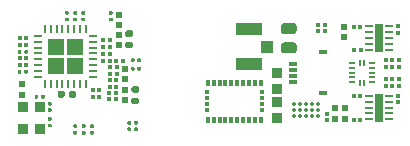
<source format=gbr>
G04 #@! TF.GenerationSoftware,KiCad,Pcbnew,(5.1.12)-1*
G04 #@! TF.CreationDate,2024-10-20T15:32:40+08:00*
G04 #@! TF.ProjectId,Kicad_LFOV_RigidFlex_Assembly_Screwhole2,4b696361-645f-44c4-964f-565f52696769,rev?*
G04 #@! TF.SameCoordinates,Original*
G04 #@! TF.FileFunction,Paste,Top*
G04 #@! TF.FilePolarity,Positive*
%FSLAX46Y46*%
G04 Gerber Fmt 4.6, Leading zero omitted, Abs format (unit mm)*
G04 Created by KiCad (PCBNEW (5.1.12)-1) date 2024-10-20 15:32:40*
%MOMM*%
%LPD*%
G01*
G04 APERTURE LIST*
%ADD10R,0.800000X0.400000*%
%ADD11R,0.800000X0.300000*%
%ADD12R,0.310000X0.340000*%
%ADD13R,0.260000X0.680000*%
%ADD14R,0.680000X0.260000*%
%ADD15R,1.350000X1.350000*%
%ADD16R,0.300000X0.525000*%
%ADD17R,0.425000X0.300000*%
%ADD18R,0.630000X0.580000*%
%ADD19R,0.340000X0.310000*%
%ADD20C,0.350000*%
%ADD21R,0.870000X0.810000*%
%ADD22R,2.200000X1.050000*%
%ADD23R,1.050000X1.000000*%
%ADD24R,0.920000X0.890000*%
%ADD25R,0.640000X2.390000*%
%ADD26R,0.640000X0.270000*%
%ADD27R,0.610000X0.220000*%
%ADD28R,0.220000X0.610000*%
%ADD29R,0.830000X0.880000*%
G04 APERTURE END LIST*
G36*
G01*
X111609100Y-109172200D02*
X112464100Y-109172200D01*
G75*
G02*
X112696600Y-109404700I0J-232500D01*
G01*
X112696600Y-109869700D01*
G75*
G02*
X112464100Y-110102200I-232500J0D01*
G01*
X111609100Y-110102200D01*
G75*
G02*
X111376600Y-109869700I0J232500D01*
G01*
X111376600Y-109404700D01*
G75*
G02*
X111609100Y-109172200I232500J0D01*
G01*
G37*
G36*
G01*
X111609100Y-107532200D02*
X112464100Y-107532200D01*
G75*
G02*
X112696600Y-107764700I0J-232500D01*
G01*
X112696600Y-108229700D01*
G75*
G02*
X112464100Y-108462200I-232500J0D01*
G01*
X111609100Y-108462200D01*
G75*
G02*
X111376600Y-108229700I0J232500D01*
G01*
X111376600Y-107764700D01*
G75*
G02*
X111609100Y-107532200I232500J0D01*
G01*
G37*
D10*
X114911200Y-109988200D03*
X114911200Y-113488200D03*
D11*
X112411200Y-110988200D03*
X112411200Y-111488200D03*
X112411200Y-111988200D03*
X112411200Y-112488200D03*
D12*
X118101600Y-113668600D03*
X117551600Y-113668600D03*
G36*
G01*
X91699500Y-114753800D02*
X91884500Y-114753800D01*
G75*
G02*
X91962000Y-114831300I0J-77500D01*
G01*
X91962000Y-114986300D01*
G75*
G02*
X91884500Y-115063800I-77500J0D01*
G01*
X91699500Y-115063800D01*
G75*
G02*
X91622000Y-114986300I0J77500D01*
G01*
X91622000Y-114831300D01*
G75*
G02*
X91699500Y-114753800I77500J0D01*
G01*
G37*
G36*
G01*
X91699500Y-114203800D02*
X91884500Y-114203800D01*
G75*
G02*
X91962000Y-114281300I0J-77500D01*
G01*
X91962000Y-114436300D01*
G75*
G02*
X91884500Y-114513800I-77500J0D01*
G01*
X91699500Y-114513800D01*
G75*
G02*
X91622000Y-114436300I0J77500D01*
G01*
X91622000Y-114281300D01*
G75*
G02*
X91699500Y-114203800I77500J0D01*
G01*
G37*
G36*
G01*
X93049800Y-113394500D02*
X93049800Y-113739500D01*
G75*
G02*
X92902300Y-113887000I-147500J0D01*
G01*
X92607300Y-113887000D01*
G75*
G02*
X92459800Y-113739500I0J147500D01*
G01*
X92459800Y-113394500D01*
G75*
G02*
X92607300Y-113247000I147500J0D01*
G01*
X92902300Y-113247000D01*
G75*
G02*
X93049800Y-113394500I0J-147500D01*
G01*
G37*
G36*
G01*
X94019800Y-113394500D02*
X94019800Y-113739500D01*
G75*
G02*
X93872300Y-113887000I-147500J0D01*
G01*
X93577300Y-113887000D01*
G75*
G02*
X93429800Y-113739500I0J147500D01*
G01*
X93429800Y-113394500D01*
G75*
G02*
X93577300Y-113247000I147500J0D01*
G01*
X93872300Y-113247000D01*
G75*
G02*
X94019800Y-113394500I0J-147500D01*
G01*
G37*
G36*
G01*
X98630700Y-116128800D02*
X98445700Y-116128800D01*
G75*
G02*
X98368200Y-116051300I0J77500D01*
G01*
X98368200Y-115896300D01*
G75*
G02*
X98445700Y-115818800I77500J0D01*
G01*
X98630700Y-115818800D01*
G75*
G02*
X98708200Y-115896300I0J-77500D01*
G01*
X98708200Y-116051300D01*
G75*
G02*
X98630700Y-116128800I-77500J0D01*
G01*
G37*
G36*
G01*
X98630700Y-116678800D02*
X98445700Y-116678800D01*
G75*
G02*
X98368200Y-116601300I0J77500D01*
G01*
X98368200Y-116446300D01*
G75*
G02*
X98445700Y-116368800I77500J0D01*
G01*
X98630700Y-116368800D01*
G75*
G02*
X98708200Y-116446300I0J-77500D01*
G01*
X98708200Y-116601300D01*
G75*
G02*
X98630700Y-116678800I-77500J0D01*
G01*
G37*
G36*
G01*
X99009680Y-116368800D02*
X99194680Y-116368800D01*
G75*
G02*
X99272180Y-116446300I0J-77500D01*
G01*
X99272180Y-116601300D01*
G75*
G02*
X99194680Y-116678800I-77500J0D01*
G01*
X99009680Y-116678800D01*
G75*
G02*
X98932180Y-116601300I0J77500D01*
G01*
X98932180Y-116446300D01*
G75*
G02*
X99009680Y-116368800I77500J0D01*
G01*
G37*
G36*
G01*
X99009680Y-115818800D02*
X99194680Y-115818800D01*
G75*
G02*
X99272180Y-115896300I0J-77500D01*
G01*
X99272180Y-116051300D01*
G75*
G02*
X99194680Y-116128800I-77500J0D01*
G01*
X99009680Y-116128800D01*
G75*
G02*
X98932180Y-116051300I0J77500D01*
G01*
X98932180Y-115896300D01*
G75*
G02*
X99009680Y-115818800I77500J0D01*
G01*
G37*
G36*
G01*
X89401200Y-111553500D02*
X89401200Y-111738500D01*
G75*
G02*
X89323700Y-111816000I-77500J0D01*
G01*
X89168700Y-111816000D01*
G75*
G02*
X89091200Y-111738500I0J77500D01*
G01*
X89091200Y-111553500D01*
G75*
G02*
X89168700Y-111476000I77500J0D01*
G01*
X89323700Y-111476000D01*
G75*
G02*
X89401200Y-111553500I0J-77500D01*
G01*
G37*
G36*
G01*
X89951200Y-111553500D02*
X89951200Y-111738500D01*
G75*
G02*
X89873700Y-111816000I-77500J0D01*
G01*
X89718700Y-111816000D01*
G75*
G02*
X89641200Y-111738500I0J77500D01*
G01*
X89641200Y-111553500D01*
G75*
G02*
X89718700Y-111476000I77500J0D01*
G01*
X89873700Y-111476000D01*
G75*
G02*
X89951200Y-111553500I0J-77500D01*
G01*
G37*
D13*
X91378000Y-112685600D03*
X91878000Y-112685600D03*
X92378000Y-112685600D03*
X92878000Y-112685600D03*
X93378000Y-112685600D03*
X93878000Y-112685600D03*
X94378000Y-112685600D03*
X94878000Y-112685600D03*
D14*
X95463000Y-112100600D03*
X95463000Y-111600600D03*
X95463000Y-111100600D03*
X95463000Y-110600600D03*
X95463000Y-110100600D03*
X95463000Y-109600600D03*
X95463000Y-109100600D03*
X95463000Y-108600600D03*
D13*
X94878000Y-108015600D03*
X94378000Y-108015600D03*
X93878000Y-108015600D03*
X93378000Y-108015600D03*
X92878000Y-108015600D03*
X92378000Y-108015600D03*
X91878000Y-108015600D03*
X91378000Y-108015600D03*
D14*
X90793000Y-108600600D03*
X90793000Y-109100600D03*
X90793000Y-109600600D03*
X90793000Y-110100600D03*
X90793000Y-110600600D03*
X90793000Y-111100600D03*
X90793000Y-111600600D03*
X90793000Y-112100600D03*
D15*
X93903000Y-111125600D03*
X93903000Y-109575600D03*
X92353000Y-111125600D03*
X92353000Y-109575600D03*
G36*
G01*
X90823600Y-113661700D02*
X90823600Y-113846700D01*
G75*
G02*
X90746100Y-113924200I-77500J0D01*
G01*
X90591100Y-113924200D01*
G75*
G02*
X90513600Y-113846700I0J77500D01*
G01*
X90513600Y-113661700D01*
G75*
G02*
X90591100Y-113584200I77500J0D01*
G01*
X90746100Y-113584200D01*
G75*
G02*
X90823600Y-113661700I0J-77500D01*
G01*
G37*
G36*
G01*
X91373600Y-113661700D02*
X91373600Y-113846700D01*
G75*
G02*
X91296100Y-113924200I-77500J0D01*
G01*
X91141100Y-113924200D01*
G75*
G02*
X91063600Y-113846700I0J77500D01*
G01*
X91063600Y-113661700D01*
G75*
G02*
X91141100Y-113584200I77500J0D01*
G01*
X91296100Y-113584200D01*
G75*
G02*
X91373600Y-113661700I0J-77500D01*
G01*
G37*
G36*
G01*
X91689300Y-116058600D02*
X91874300Y-116058600D01*
G75*
G02*
X91951800Y-116136100I0J-77500D01*
G01*
X91951800Y-116291100D01*
G75*
G02*
X91874300Y-116368600I-77500J0D01*
G01*
X91689300Y-116368600D01*
G75*
G02*
X91611800Y-116291100I0J77500D01*
G01*
X91611800Y-116136100D01*
G75*
G02*
X91689300Y-116058600I77500J0D01*
G01*
G37*
G36*
G01*
X91689300Y-115508600D02*
X91874300Y-115508600D01*
G75*
G02*
X91951800Y-115586100I0J-77500D01*
G01*
X91951800Y-115741100D01*
G75*
G02*
X91874300Y-115818600I-77500J0D01*
G01*
X91689300Y-115818600D01*
G75*
G02*
X91611800Y-115741100I0J77500D01*
G01*
X91611800Y-115586100D01*
G75*
G02*
X91689300Y-115508600I77500J0D01*
G01*
G37*
G36*
G01*
X94569700Y-116658800D02*
X94754700Y-116658800D01*
G75*
G02*
X94832200Y-116736300I0J-77500D01*
G01*
X94832200Y-116891300D01*
G75*
G02*
X94754700Y-116968800I-77500J0D01*
G01*
X94569700Y-116968800D01*
G75*
G02*
X94492200Y-116891300I0J77500D01*
G01*
X94492200Y-116736300D01*
G75*
G02*
X94569700Y-116658800I77500J0D01*
G01*
G37*
G36*
G01*
X94569700Y-116108800D02*
X94754700Y-116108800D01*
G75*
G02*
X94832200Y-116186300I0J-77500D01*
G01*
X94832200Y-116341300D01*
G75*
G02*
X94754700Y-116418800I-77500J0D01*
G01*
X94569700Y-116418800D01*
G75*
G02*
X94492200Y-116341300I0J77500D01*
G01*
X94492200Y-116186300D01*
G75*
G02*
X94569700Y-116108800I77500J0D01*
G01*
G37*
G36*
G01*
X95280900Y-116658800D02*
X95465900Y-116658800D01*
G75*
G02*
X95543400Y-116736300I0J-77500D01*
G01*
X95543400Y-116891300D01*
G75*
G02*
X95465900Y-116968800I-77500J0D01*
G01*
X95280900Y-116968800D01*
G75*
G02*
X95203400Y-116891300I0J77500D01*
G01*
X95203400Y-116736300D01*
G75*
G02*
X95280900Y-116658800I77500J0D01*
G01*
G37*
G36*
G01*
X95280900Y-116108800D02*
X95465900Y-116108800D01*
G75*
G02*
X95543400Y-116186300I0J-77500D01*
G01*
X95543400Y-116341300D01*
G75*
G02*
X95465900Y-116418800I-77500J0D01*
G01*
X95280900Y-116418800D01*
G75*
G02*
X95203400Y-116341300I0J77500D01*
G01*
X95203400Y-116186300D01*
G75*
G02*
X95280900Y-116108800I77500J0D01*
G01*
G37*
G36*
G01*
X94744500Y-106827000D02*
X94559500Y-106827000D01*
G75*
G02*
X94482000Y-106749500I0J77500D01*
G01*
X94482000Y-106594500D01*
G75*
G02*
X94559500Y-106517000I77500J0D01*
G01*
X94744500Y-106517000D01*
G75*
G02*
X94822000Y-106594500I0J-77500D01*
G01*
X94822000Y-106749500D01*
G75*
G02*
X94744500Y-106827000I-77500J0D01*
G01*
G37*
G36*
G01*
X94744500Y-107377000D02*
X94559500Y-107377000D01*
G75*
G02*
X94482000Y-107299500I0J77500D01*
G01*
X94482000Y-107144500D01*
G75*
G02*
X94559500Y-107067000I77500J0D01*
G01*
X94744500Y-107067000D01*
G75*
G02*
X94822000Y-107144500I0J-77500D01*
G01*
X94822000Y-107299500D01*
G75*
G02*
X94744500Y-107377000I-77500J0D01*
G01*
G37*
G36*
G01*
X96870900Y-107067000D02*
X97055900Y-107067000D01*
G75*
G02*
X97133400Y-107144500I0J-77500D01*
G01*
X97133400Y-107299500D01*
G75*
G02*
X97055900Y-107377000I-77500J0D01*
G01*
X96870900Y-107377000D01*
G75*
G02*
X96793400Y-107299500I0J77500D01*
G01*
X96793400Y-107144500D01*
G75*
G02*
X96870900Y-107067000I77500J0D01*
G01*
G37*
G36*
G01*
X96870900Y-106517000D02*
X97055900Y-106517000D01*
G75*
G02*
X97133400Y-106594500I0J-77500D01*
G01*
X97133400Y-106749500D01*
G75*
G02*
X97055900Y-106827000I-77500J0D01*
G01*
X96870900Y-106827000D01*
G75*
G02*
X96793400Y-106749500I0J77500D01*
G01*
X96793400Y-106594500D01*
G75*
G02*
X96870900Y-106517000I77500J0D01*
G01*
G37*
G36*
G01*
X89401200Y-109877100D02*
X89401200Y-110062100D01*
G75*
G02*
X89323700Y-110139600I-77500J0D01*
G01*
X89168700Y-110139600D01*
G75*
G02*
X89091200Y-110062100I0J77500D01*
G01*
X89091200Y-109877100D01*
G75*
G02*
X89168700Y-109799600I77500J0D01*
G01*
X89323700Y-109799600D01*
G75*
G02*
X89401200Y-109877100I0J-77500D01*
G01*
G37*
G36*
G01*
X89951200Y-109877100D02*
X89951200Y-110062100D01*
G75*
G02*
X89873700Y-110139600I-77500J0D01*
G01*
X89718700Y-110139600D01*
G75*
G02*
X89641200Y-110062100I0J77500D01*
G01*
X89641200Y-109877100D01*
G75*
G02*
X89718700Y-109799600I77500J0D01*
G01*
X89873700Y-109799600D01*
G75*
G02*
X89951200Y-109877100I0J-77500D01*
G01*
G37*
G36*
G01*
X93858500Y-116658800D02*
X94043500Y-116658800D01*
G75*
G02*
X94121000Y-116736300I0J-77500D01*
G01*
X94121000Y-116891300D01*
G75*
G02*
X94043500Y-116968800I-77500J0D01*
G01*
X93858500Y-116968800D01*
G75*
G02*
X93781000Y-116891300I0J77500D01*
G01*
X93781000Y-116736300D01*
G75*
G02*
X93858500Y-116658800I77500J0D01*
G01*
G37*
G36*
G01*
X93858500Y-116108800D02*
X94043500Y-116108800D01*
G75*
G02*
X94121000Y-116186300I0J-77500D01*
G01*
X94121000Y-116341300D01*
G75*
G02*
X94043500Y-116418800I-77500J0D01*
G01*
X93858500Y-116418800D01*
G75*
G02*
X93781000Y-116341300I0J77500D01*
G01*
X93781000Y-116186300D01*
G75*
G02*
X93858500Y-116108800I77500J0D01*
G01*
G37*
G36*
G01*
X94058700Y-106827000D02*
X93873700Y-106827000D01*
G75*
G02*
X93796200Y-106749500I0J77500D01*
G01*
X93796200Y-106594500D01*
G75*
G02*
X93873700Y-106517000I77500J0D01*
G01*
X94058700Y-106517000D01*
G75*
G02*
X94136200Y-106594500I0J-77500D01*
G01*
X94136200Y-106749500D01*
G75*
G02*
X94058700Y-106827000I-77500J0D01*
G01*
G37*
G36*
G01*
X94058700Y-107377000D02*
X93873700Y-107377000D01*
G75*
G02*
X93796200Y-107299500I0J77500D01*
G01*
X93796200Y-107144500D01*
G75*
G02*
X93873700Y-107067000I77500J0D01*
G01*
X94058700Y-107067000D01*
G75*
G02*
X94136200Y-107144500I0J-77500D01*
G01*
X94136200Y-107299500D01*
G75*
G02*
X94058700Y-107377000I-77500J0D01*
G01*
G37*
G36*
G01*
X99217000Y-110773300D02*
X99217000Y-110588300D01*
G75*
G02*
X99294500Y-110510800I77500J0D01*
G01*
X99449500Y-110510800D01*
G75*
G02*
X99527000Y-110588300I0J-77500D01*
G01*
X99527000Y-110773300D01*
G75*
G02*
X99449500Y-110850800I-77500J0D01*
G01*
X99294500Y-110850800D01*
G75*
G02*
X99217000Y-110773300I0J77500D01*
G01*
G37*
G36*
G01*
X98667000Y-110773300D02*
X98667000Y-110588300D01*
G75*
G02*
X98744500Y-110510800I77500J0D01*
G01*
X98899500Y-110510800D01*
G75*
G02*
X98977000Y-110588300I0J-77500D01*
G01*
X98977000Y-110773300D01*
G75*
G02*
X98899500Y-110850800I-77500J0D01*
G01*
X98744500Y-110850800D01*
G75*
G02*
X98667000Y-110773300I0J77500D01*
G01*
G37*
G36*
G01*
X99217000Y-111484500D02*
X99217000Y-111299500D01*
G75*
G02*
X99294500Y-111222000I77500J0D01*
G01*
X99449500Y-111222000D01*
G75*
G02*
X99527000Y-111299500I0J-77500D01*
G01*
X99527000Y-111484500D01*
G75*
G02*
X99449500Y-111562000I-77500J0D01*
G01*
X99294500Y-111562000D01*
G75*
G02*
X99217000Y-111484500I0J77500D01*
G01*
G37*
G36*
G01*
X98667000Y-111484500D02*
X98667000Y-111299500D01*
G75*
G02*
X98744500Y-111222000I77500J0D01*
G01*
X98899500Y-111222000D01*
G75*
G02*
X98977000Y-111299500I0J-77500D01*
G01*
X98977000Y-111484500D01*
G75*
G02*
X98899500Y-111562000I-77500J0D01*
G01*
X98744500Y-111562000D01*
G75*
G02*
X98667000Y-111484500I0J77500D01*
G01*
G37*
G36*
G01*
X93347500Y-106827000D02*
X93162500Y-106827000D01*
G75*
G02*
X93085000Y-106749500I0J77500D01*
G01*
X93085000Y-106594500D01*
G75*
G02*
X93162500Y-106517000I77500J0D01*
G01*
X93347500Y-106517000D01*
G75*
G02*
X93425000Y-106594500I0J-77500D01*
G01*
X93425000Y-106749500D01*
G75*
G02*
X93347500Y-106827000I-77500J0D01*
G01*
G37*
G36*
G01*
X93347500Y-107377000D02*
X93162500Y-107377000D01*
G75*
G02*
X93085000Y-107299500I0J77500D01*
G01*
X93085000Y-107144500D01*
G75*
G02*
X93162500Y-107067000I77500J0D01*
G01*
X93347500Y-107067000D01*
G75*
G02*
X93425000Y-107144500I0J-77500D01*
G01*
X93425000Y-107299500D01*
G75*
G02*
X93347500Y-107377000I-77500J0D01*
G01*
G37*
D16*
X105672600Y-112572700D03*
X106172600Y-112572700D03*
X106672600Y-112572700D03*
X107172600Y-112572700D03*
X107672600Y-112572700D03*
X108172600Y-112572700D03*
X108672600Y-112572700D03*
X109172600Y-112572700D03*
X109672600Y-112572700D03*
D17*
X109735100Y-113385200D03*
X109735100Y-113885200D03*
X109735100Y-114385200D03*
X109735100Y-114885200D03*
D16*
X109672600Y-115697700D03*
X109172600Y-115697700D03*
X108672600Y-115697700D03*
X108172600Y-115697700D03*
X107672600Y-115697700D03*
X107172600Y-115697700D03*
X106672600Y-115697700D03*
X106172600Y-115697700D03*
X105672600Y-115697700D03*
X105172600Y-115697700D03*
D17*
X105110100Y-114885200D03*
X105110100Y-114385200D03*
X105110100Y-113885200D03*
X105110100Y-113385200D03*
D16*
X105172600Y-112572700D03*
D18*
X97659400Y-108508600D03*
X97659400Y-109398600D03*
X98142000Y-111404200D03*
X98142000Y-112294200D03*
D19*
X97456200Y-111835400D03*
X97456200Y-111285400D03*
X96897400Y-111285400D03*
X96897400Y-111835400D03*
D12*
X89271600Y-109385400D03*
X89821600Y-109385400D03*
X89826000Y-108826600D03*
X89276000Y-108826600D03*
D18*
X98167400Y-113172800D03*
X98167400Y-114062800D03*
D19*
X97435800Y-112371000D03*
X97435800Y-112921000D03*
X96861800Y-112911600D03*
X96861800Y-112361600D03*
X96922800Y-108983400D03*
X96922800Y-109533400D03*
X96338600Y-109549400D03*
X96338600Y-108999400D03*
D12*
X89246200Y-111087200D03*
X89796200Y-111087200D03*
X89796200Y-110528400D03*
X89246200Y-110528400D03*
G36*
G01*
X98858500Y-113833200D02*
X99203500Y-113833200D01*
G75*
G02*
X99351000Y-113980700I0J-147500D01*
G01*
X99351000Y-114275700D01*
G75*
G02*
X99203500Y-114423200I-147500J0D01*
G01*
X98858500Y-114423200D01*
G75*
G02*
X98711000Y-114275700I0J147500D01*
G01*
X98711000Y-113980700D01*
G75*
G02*
X98858500Y-113833200I147500J0D01*
G01*
G37*
G36*
G01*
X98858500Y-112863200D02*
X99203500Y-112863200D01*
G75*
G02*
X99351000Y-113010700I0J-147500D01*
G01*
X99351000Y-113305700D01*
G75*
G02*
X99203500Y-113453200I-147500J0D01*
G01*
X98858500Y-113453200D01*
G75*
G02*
X98711000Y-113305700I0J147500D01*
G01*
X98711000Y-113010700D01*
G75*
G02*
X98858500Y-112863200I147500J0D01*
G01*
G37*
G36*
G01*
X98685300Y-109682800D02*
X98340300Y-109682800D01*
G75*
G02*
X98192800Y-109535300I0J147500D01*
G01*
X98192800Y-109240300D01*
G75*
G02*
X98340300Y-109092800I147500J0D01*
G01*
X98685300Y-109092800D01*
G75*
G02*
X98832800Y-109240300I0J-147500D01*
G01*
X98832800Y-109535300D01*
G75*
G02*
X98685300Y-109682800I-147500J0D01*
G01*
G37*
G36*
G01*
X98685300Y-108712800D02*
X98340300Y-108712800D01*
G75*
G02*
X98192800Y-108565300I0J147500D01*
G01*
X98192800Y-108270300D01*
G75*
G02*
X98340300Y-108122800I147500J0D01*
G01*
X98685300Y-108122800D01*
G75*
G02*
X98832800Y-108270300I0J-147500D01*
G01*
X98832800Y-108565300D01*
G75*
G02*
X98685300Y-108712800I-147500J0D01*
G01*
G37*
D20*
X114478000Y-115413200D03*
X113978000Y-115413200D03*
X113478000Y-115413200D03*
X112978000Y-115413200D03*
X112478000Y-115413200D03*
X114478000Y-114913200D03*
X113978000Y-114913200D03*
X113478000Y-114913200D03*
X112978000Y-114913200D03*
X112478000Y-114913200D03*
X114478000Y-114413200D03*
X113978000Y-114413200D03*
X113478000Y-114413200D03*
X112978000Y-114413200D03*
X112478000Y-114413200D03*
D18*
X115941800Y-114747600D03*
X115941800Y-115637600D03*
D19*
X115256000Y-115772400D03*
X115256000Y-115222400D03*
D21*
X111014200Y-113078600D03*
X111014200Y-111718600D03*
D12*
X96332800Y-110122000D03*
X96882800Y-110122000D03*
X96332800Y-110706200D03*
X96882800Y-110706200D03*
D19*
X97430800Y-113994400D03*
X97430800Y-113444400D03*
X121326600Y-107805600D03*
X121326600Y-108355600D03*
D18*
X89419600Y-112699600D03*
X89419600Y-113589600D03*
X97674600Y-106806800D03*
X97674600Y-107696800D03*
X116805400Y-114747600D03*
X116805400Y-115637600D03*
D19*
X121326600Y-113698400D03*
X121326600Y-114248400D03*
D12*
X118071000Y-107826600D03*
X117521000Y-107826600D03*
D18*
X116703800Y-108728800D03*
X116703800Y-107838800D03*
D19*
X121352000Y-112276000D03*
X121352000Y-112826000D03*
D22*
X108707160Y-108070480D03*
X108707160Y-111020480D03*
D23*
X110207160Y-109545480D03*
D24*
X111039600Y-114197400D03*
X111039600Y-115527400D03*
D19*
X114544800Y-107678600D03*
X114544800Y-108228600D03*
X115129000Y-107678600D03*
X115129000Y-108228600D03*
D12*
X97425000Y-110706200D03*
X97975000Y-110706200D03*
D19*
X96008400Y-113765800D03*
X96008400Y-113215800D03*
X95449600Y-113765800D03*
X95449600Y-113215800D03*
X96846600Y-113994400D03*
X96846600Y-113444400D03*
D12*
X117571800Y-109833200D03*
X118121800Y-109833200D03*
D19*
X120234400Y-112826000D03*
X120234400Y-112276000D03*
X120793200Y-112826000D03*
X120793200Y-112276000D03*
X120234400Y-111225800D03*
X120234400Y-110675800D03*
X120793200Y-111225800D03*
X120793200Y-110675800D03*
D25*
X119657620Y-114681220D03*
D26*
X120497620Y-113681220D03*
X120497620Y-114181220D03*
X120497620Y-114681220D03*
X120497620Y-115181220D03*
X120497620Y-115681220D03*
X118817620Y-115681220D03*
X118817620Y-115181220D03*
X118817620Y-114681220D03*
X118817620Y-114181220D03*
X118817620Y-113681220D03*
X118835600Y-107817200D03*
X118835600Y-108317200D03*
X118835600Y-108817200D03*
X118835600Y-109317200D03*
X118835600Y-109817200D03*
X120515600Y-109817200D03*
X120515600Y-109317200D03*
X120515600Y-108817200D03*
X120515600Y-108317200D03*
X120515600Y-107817200D03*
D25*
X119675600Y-108817200D03*
D27*
X119072800Y-112538200D03*
X119072800Y-112138200D03*
X119072800Y-111738200D03*
X119072800Y-111338200D03*
X119072800Y-110938200D03*
D28*
X118427800Y-110893200D03*
X118027800Y-110893200D03*
D27*
X117382800Y-110938200D03*
X117382800Y-111338200D03*
X117382800Y-111738200D03*
X117382800Y-112138200D03*
X117382800Y-112538200D03*
D28*
X118027800Y-112583200D03*
X118427800Y-112583200D03*
D29*
X89512400Y-114612600D03*
X89512400Y-116502600D03*
X90952400Y-116502600D03*
X90952400Y-114612600D03*
D19*
X121352000Y-111225800D03*
X121352000Y-110675800D03*
D12*
X117521000Y-115700600D03*
X118071000Y-115700600D03*
M02*

</source>
